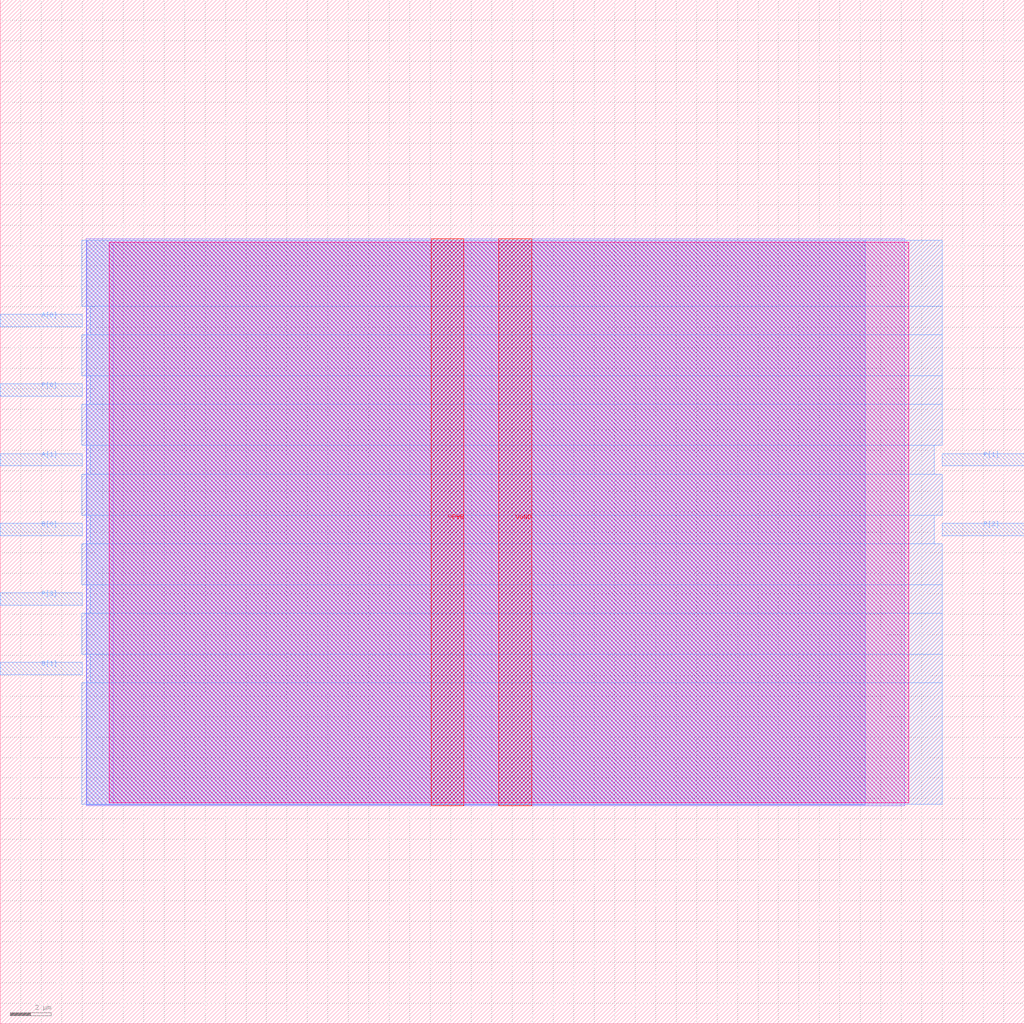
<source format=lef>
VERSION 5.7 ;
  NOWIREEXTENSIONATPIN ON ;
  DIVIDERCHAR "/" ;
  BUSBITCHARS "[]" ;
MACRO SARSANPASOS_VENTAJA_RUIDO_e8
  CLASS BLOCK ;
  FOREIGN SARSANPASOS_VENTAJA_RUIDO_e8 ;
  ORIGIN 0.000 0.000 ;
  SIZE 50.000 BY 50.000 ;
  PIN A[0]
    DIRECTION INPUT ;
    USE SIGNAL ;
    ANTENNAGATEAREA 0.196500 ;
    PORT
      LAYER met3 ;
        RECT 0.000 34.040 4.000 34.640 ;
    END
  END A[0]
  PIN A[1]
    DIRECTION INPUT ;
    USE SIGNAL ;
    ANTENNAGATEAREA 0.196500 ;
    PORT
      LAYER met3 ;
        RECT 0.000 27.240 4.000 27.840 ;
    END
  END A[1]
  PIN B[0]
    DIRECTION INPUT ;
    USE SIGNAL ;
    ANTENNAGATEAREA 0.196500 ;
    PORT
      LAYER met3 ;
        RECT 0.000 23.840 4.000 24.440 ;
    END
  END B[0]
  PIN B[1]
    DIRECTION INPUT ;
    USE SIGNAL ;
    ANTENNAGATEAREA 0.196500 ;
    PORT
      LAYER met3 ;
        RECT 0.000 17.040 4.000 17.640 ;
    END
  END B[1]
  PIN P[0]
    DIRECTION OUTPUT ;
    USE SIGNAL ;
    ANTENNADIFFAREA 0.445500 ;
    PORT
      LAYER met3 ;
        RECT 0.000 30.640 4.000 31.240 ;
    END
  END P[0]
  PIN P[1]
    DIRECTION OUTPUT ;
    USE SIGNAL ;
    ANTENNADIFFAREA 0.445500 ;
    PORT
      LAYER met3 ;
        RECT 46.000 27.240 50.000 27.840 ;
    END
  END P[1]
  PIN P[2]
    DIRECTION OUTPUT ;
    USE SIGNAL ;
    ANTENNADIFFAREA 0.445500 ;
    PORT
      LAYER met3 ;
        RECT 46.000 23.840 50.000 24.440 ;
    END
  END P[2]
  PIN P[3]
    DIRECTION OUTPUT ;
    USE SIGNAL ;
    ANTENNADIFFAREA 0.445500 ;
    PORT
      LAYER met3 ;
        RECT 0.000 20.440 4.000 21.040 ;
    END
  END P[3]
  PIN VGND
    DIRECTION INOUT ;
    USE GROUND ;
    PORT
      LAYER met4 ;
        RECT 24.340 10.640 25.940 38.320 ;
    END
  END VGND
  PIN VPWR
    DIRECTION INOUT ;
    USE POWER ;
    PORT
      LAYER met4 ;
        RECT 21.040 10.640 22.640 38.320 ;
    END
  END VPWR
  OBS
      LAYER nwell ;
        RECT 5.330 10.795 44.350 38.165 ;
      LAYER li1 ;
        RECT 5.520 10.795 44.160 38.165 ;
      LAYER met1 ;
        RECT 4.210 10.640 44.160 38.320 ;
      LAYER met2 ;
        RECT 4.230 10.695 42.230 38.265 ;
      LAYER met3 ;
        RECT 3.990 35.040 46.000 38.245 ;
        RECT 4.400 33.640 46.000 35.040 ;
        RECT 3.990 31.640 46.000 33.640 ;
        RECT 4.400 30.240 46.000 31.640 ;
        RECT 3.990 28.240 46.000 30.240 ;
        RECT 4.400 26.840 45.600 28.240 ;
        RECT 3.990 24.840 46.000 26.840 ;
        RECT 4.400 23.440 45.600 24.840 ;
        RECT 3.990 21.440 46.000 23.440 ;
        RECT 4.400 20.040 46.000 21.440 ;
        RECT 3.990 18.040 46.000 20.040 ;
        RECT 4.400 16.640 46.000 18.040 ;
        RECT 3.990 10.715 46.000 16.640 ;
  END
END SARSANPASOS_VENTAJA_RUIDO_e8
END LIBRARY


</source>
